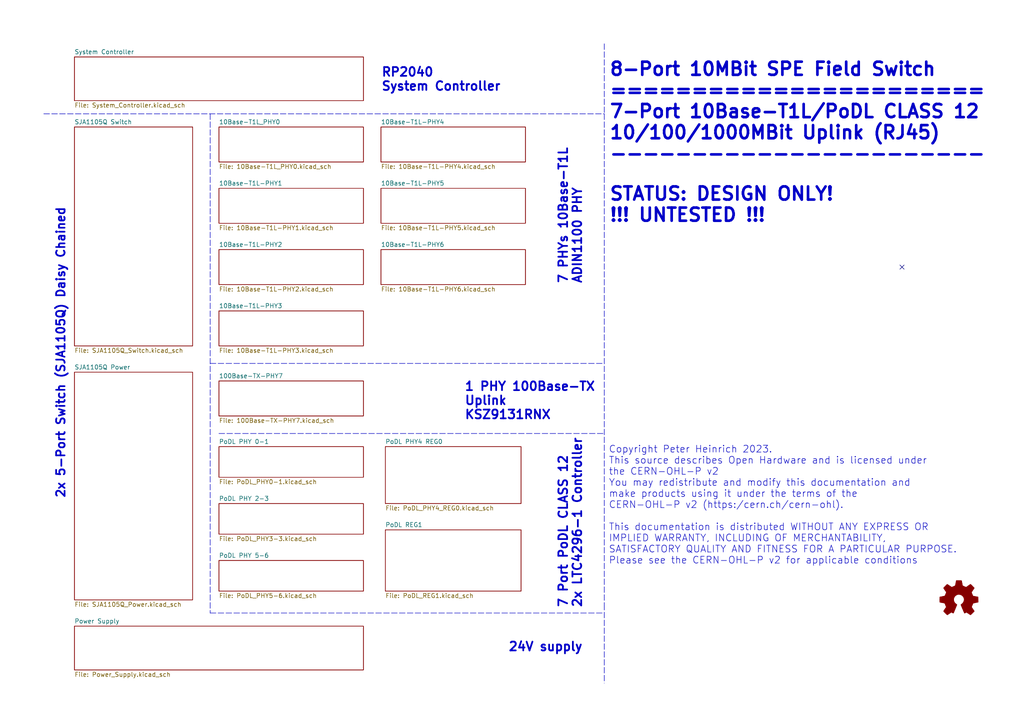
<source format=kicad_sch>
(kicad_sch (version 20211123) (generator eeschema)
  (paper "A4")
  (title_block (title "Open Hardware 10Base-T1L Switch") (date "2023-04-07") (rev "REV A") (company "Peter Heinrich") (comment 1 "Open Hardware License CERN-OHL-P v2") (comment 2 "https://github.com/peterheinrich/Open_10Base-T1L_Switch"))
  (lib_symbols
    (symbol "Graphic:Logo_Open_Hardware_Small" (pin_names (offset 1.016))
      (symbol "Logo_Open_Hardware_Small_0_1"
        (polyline (pts (xy 3.3528 -4.3434) (xy 3.302 -4.318) (xy 3.175 -4.2418) (xy 2.9972 -4.1148) (xy 2.7686 -3.9624) (xy 2.54 -3.81) (xy 2.3622 -3.7084) (xy 2.2352 -3.6068) (xy 2.1844 -3.5814) (xy 2.159 -3.6068) (xy 2.0574 -3.6576) (xy 1.905 -3.7338) (xy 1.8034 -3.7846) (xy 1.6764 -3.8354) (xy 1.6002 -3.8354) (xy 1.6002 -3.8354) (xy 1.5494 -3.7338) (xy 1.4732 -3.5306) (xy 1.3462 -3.302) (xy 1.2446 -3.0226) (xy 1.1176 -2.7178) (xy 0.9652 -2.413) (xy 0.8636 -2.1082) (xy 0.7366 -1.8288) (xy 0.6604 -1.6256) (xy 0.6096 -1.4732) (xy 0.5842 -1.397) (xy 0.5842 -1.397) (xy 0.6604 -1.3208) (xy 0.7874 -1.2446) (xy 1.0414 -1.016) (xy 1.2954 -0.6858) (xy 1.4478 -0.3302) (xy 1.524 0.0762) (xy 1.4732 0.4572) (xy 1.3208 0.8128) (xy 1.0668 1.143) (xy 0.762 1.3716) (xy 0.4064 1.524) (xy 0 1.5748) (xy -0.381 1.5494) (xy -0.7366 1.397) (xy -1.0668 1.143) (xy -1.2192 0.9906) (xy -1.397 0.6604) (xy -1.524 0.3048) (xy -1.524 0.2286) (xy -1.4986 -0.1778) (xy -1.397 -0.5334) (xy -1.1938 -0.8636) (xy -0.9144 -1.143) (xy -0.8636 -1.1684) (xy -0.7366 -1.27) (xy -0.635 -1.3462) (xy -0.5842 -1.397) (xy -1.0668 -2.5908) (xy -1.143 -2.794) (xy -1.2954 -3.1242) (xy -1.397 -3.4036) (xy -1.4986 -3.6322) (xy -1.5748 -3.7846) (xy -1.6002 -3.8354) (xy -1.6002 -3.8354) (xy -1.651 -3.8354) (xy -1.7272 -3.81) (xy -1.905 -3.7338) (xy -2.0066 -3.683) (xy -2.1336 -3.6068) (xy -2.2098 -3.5814) (xy -2.2606 -3.6068) (xy -2.3622 -3.683) (xy -2.54 -3.81) (xy -2.7686 -3.9624) (xy -2.9718 -4.0894) (xy -3.1496 -4.2164) (xy -3.302 -4.318) (xy -3.3528 -4.3434) (xy -3.3782 -4.3434) (xy -3.429 -4.318) (xy -3.5306 -4.2164) (xy -3.7084 -4.064) (xy -3.937 -3.8354) (xy -3.9624 -3.81) (xy -4.1656 -3.6068) (xy -4.318 -3.4544) (xy -4.4196 -3.3274) (xy -4.445 -3.2766) (xy -4.445 -3.2766) (xy -4.4196 -3.2258) (xy -4.318 -3.0734) (xy -4.2164 -2.8956) (xy -4.064 -2.667) (xy -3.6576 -2.0828) (xy -3.8862 -1.5494) (xy -3.937 -1.3716) (xy -4.0386 -1.1684) (xy -4.0894 -1.0414) (xy -4.1148 -0.9652) (xy -4.191 -0.9398) (xy -4.318 -0.9144) (xy -4.5466 -0.8636) (xy -4.8006 -0.8128) (xy -5.0546 -0.7874) (xy -5.2578 -0.7366) (xy -5.4356 -0.7112) (xy -5.5118 -0.6858) (xy -5.5118 -0.6858) (xy -5.5372 -0.635) (xy -5.5372 -0.5588) (xy -5.5372 -0.4318) (xy -5.5626 -0.2286) (xy -5.5626 0.0762) (xy -5.5626 0.127) (xy -5.5372 0.4064) (xy -5.5372 0.635) (xy -5.5372 0.762) (xy -5.5372 0.8382) (xy -5.5372 0.8382) (xy -5.461 0.8382) (xy -5.3086 0.889) (xy -5.08 0.9144) (xy -4.826 0.9652) (xy -4.8006 0.9906) (xy -4.5466 1.0414) (xy -4.318 1.0668) (xy -4.1656 1.1176) (xy -4.0894 1.143) (xy -4.0894 1.143) (xy -4.0386 1.2446) (xy -3.9624 1.4224) (xy -3.8608 1.6256) (xy -3.7846 1.8288) (xy -3.7084 2.0066) (xy -3.6576 2.159) (xy -3.6322 2.2098) (xy -3.6322 2.2098) (xy -3.683 2.286) (xy -3.7592 2.413) (xy -3.8862 2.5908) (xy -4.064 2.8194) (xy -4.064 2.8448) (xy -4.2164 3.0734) (xy -4.3434 3.2512) (xy -4.4196 3.3782) (xy -4.445 3.4544) (xy -4.445 3.4544) (xy -4.3942 3.5052) (xy -4.2926 3.6322) (xy -4.1148 3.81) (xy -3.937 4.0132) (xy -3.8608 4.064) (xy -3.6576 4.2926) (xy -3.5052 4.4196) (xy -3.4036 4.4958) (xy -3.3528 4.5212) (xy -3.3528 4.5212) (xy -3.302 4.4704) (xy -3.1496 4.3688) (xy -2.9718 4.2418) (xy -2.7432 4.0894) (xy -2.7178 4.0894) (xy -2.4892 3.937) (xy -2.3114 3.81) (xy -2.1844 3.7084) (xy -2.1336 3.683) (xy -2.1082 3.683) (xy -2.032 3.7084) (xy -1.8542 3.7592) (xy -1.6764 3.8354) (xy -1.4732 3.937) (xy -1.27 4.0132) (xy -1.143 4.064) (xy -1.0668 4.1148) (xy -1.0668 4.1148) (xy -1.0414 4.191) (xy -1.016 4.3434) (xy -0.9652 4.572) (xy -0.9144 4.8514) (xy -0.889 4.9022) (xy -0.8382 5.1562) (xy -0.8128 5.3848) (xy -0.7874 5.5372) (xy -0.762 5.588) (xy -0.7112 5.6134) (xy -0.5842 5.6134) (xy -0.4064 5.6134) (xy -0.1524 5.6134) (xy 0.0762 5.6134) (xy 0.3302 5.6134) (xy 0.5334 5.6134) (xy 0.6858 5.588) (xy 0.7366 5.588) (xy 0.7366 5.588) (xy 0.762 5.5118) (xy 0.8128 5.334) (xy 0.8382 5.1054) (xy 0.9144 4.826) (xy 0.9144 4.7752) (xy 0.9652 4.5212) (xy 1.016 4.2926) (xy 1.0414 4.1402) (xy 1.0668 4.0894) (xy 1.0668 4.0894) (xy 1.1938 4.0386) (xy 1.3716 3.9624) (xy 1.5748 3.8608) (xy 2.0828 3.6576) (xy 2.7178 4.0894) (xy 2.7686 4.1402) (xy 2.9972 4.2926) (xy 3.175 4.4196) (xy 3.302 4.4958) (xy 3.3782 4.5212) (xy 3.3782 4.5212) (xy 3.429 4.4704) (xy 3.556 4.3434) (xy 3.7338 4.191) (xy 3.9116 3.9878) (xy 4.064 3.8354) (xy 4.2418 3.6576) (xy 4.3434 3.556) (xy 4.4196 3.4798) (xy 4.4196 3.429) (xy 4.4196 3.4036) (xy 4.3942 3.3274) (xy 4.2926 3.2004) (xy 4.1656 2.9972) (xy 4.0132 2.794) (xy 3.8862 2.5908) (xy 3.7592 2.3876) (xy 3.6576 2.2352) (xy 3.6322 2.159) (xy 3.6322 2.1336) (xy 3.683 2.0066) (xy 3.7592 1.8288) (xy 3.8608 1.6002) (xy 4.064 1.1176) (xy 4.3942 1.0414) (xy 4.5974 1.016) (xy 4.8768 0.9652) (xy 5.1308 0.9144) (xy 5.5372 0.8382) (xy 5.5626 -0.6604) (xy 5.4864 -0.6858) (xy 5.4356 -0.6858) (xy 5.2832 -0.7366) (xy 5.0546 -0.762) (xy 4.8006 -0.8128) (xy 4.5974 -0.8636) (xy 4.3688 -0.9144) (xy 4.2164 -0.9398) (xy 4.1402 -0.9398) (xy 4.1148 -0.9652) (xy 4.064 -1.0668) (xy 3.9878 -1.2446) (xy 3.9116 -1.4478) (xy 3.81 -1.651) (xy 3.7338 -1.8542) (xy 3.683 -2.0066) (xy 3.6576 -2.0828) (xy 3.683 -2.1336) (xy 3.7846 -2.2606) (xy 3.8862 -2.4638) (xy 4.0386 -2.667) (xy 4.191 -2.8956) (xy 4.318 -3.0734) (xy 4.3942 -3.2004) (xy 4.445 -3.2766) (xy 4.4196 -3.3274) (xy 4.3434 -3.429) (xy 4.1656 -3.5814) (xy 3.937 -3.8354) (xy 3.8862 -3.8608) (xy 3.683 -4.064) (xy 3.5306 -4.2164) (xy 3.4036 -4.318) (xy 3.3528 -4.3434)) (fill (type outline)))
      )
    )
  )
  (no_connect (at 261.62 77.47))
  (polyline (pts (xy 175.26 33.02) (xy 175.26 175.26)))
  (polyline (pts (xy 175.26 12.7) (xy 175.26 33.02)))
  (polyline (pts (xy 60.96 33.02) (xy 60.96 177.8)))
  (polyline (pts (xy 60.96 105.41) (xy 175.26 105.41)))
  (polyline (pts (xy 175.26 175.26) (xy 175.26 198.12)))
  (polyline (pts (xy 12.7 33.02) (xy 175.26 33.02)))
  (polyline (pts (xy 60.96 177.8) (xy 175.26 177.8)))
  (polyline (pts (xy 63.5 125.73) (xy 175.26 125.73)))
  (text "Copyright Peter Heinrich 2023.\nThis source describes Open Hardware and is licensed under \nthe CERN-OHL-P v2\nYou may redistribute and modify this documentation and \nmake products using it under the terms of the \nCERN-OHL-P v2 (https:/cern.ch/cern-ohl). \n\nThis documentation is distributed WITHOUT ANY EXPRESS OR \nIMPLIED WARRANTY, INCLUDING OF MERCHANTABILITY, \nSATISFACTORY QUALITY AND FITNESS FOR A PARTICULAR PURPOSE. \nPlease see the CERN-OHL-P v2 for applicable conditions" (at 176.53 163.83 0) (effects (font (size 2 2)) (justify left bottom)))
  (text "STATUS: DESIGN ONLY!\n!!! UNTESTED !!!" (at 176.53 64.77 0) (effects (font (size 3.81 3.81) bold) (justify left bottom)))
  (text "7 PHYs 10Base-T1L\nADIN1100 PHY" (at 168.91 82.55 90) (effects (font (size 2.54 2.54) (thickness 0.508) bold) (justify left bottom)))
  (text "7 Port PoDL CLASS 12\n2x LTC4296-1 Controller" (at 168.91 176.53 90) (effects (font (size 2.54 2.54) bold) (justify left bottom)))
  (text "RP2040\nSystem Controller" (at 110.49 26.67 0) (effects (font (size 2.54 2.54) bold) (justify left bottom)))
  (text "2x 5-Port Switch (SJA1105Q) Daisy Chained" (at 19.05 144.78 90) (effects (font (size 2.45 2.45) bold) (justify left bottom)))
  (text "24V supply" (at 147.32 189.23 0) (effects (font (size 2.54 2.54) bold) (justify left bottom)))
  (text "1 PHY 100Base-TX\nUplink\nKSZ9131RNX" (at 134.62 121.92 0) (effects (font (size 2.54 2.54) bold) (justify left bottom)))
  (text "8-Port 10MBit SPE Field Switch \n=======================\n7-Port 10Base-T1L/PoDL CLASS 12\n10/100/1000MBit Uplink (RJ45)\n-----------------------\n" (at 176.53 46.99 0) (effects (font (size 3.81 3.81) bold) (justify left bottom)))
  (symbol (lib_id "Graphic:Logo_Open_Hardware_Small") (at 278.13 173.99 0) (unit 1)
    (property "Reference" "#LOGO?" (effects hide))
    (property "Value" "Logo_Open_Hardware_Small" (effects hide))
  )
  (sheet (at 63.5 129.54) (size 41.91 8.89) (stroke (width 0.1524))
    (property "Sheet name" "PoDL PHY 0-1" (at 63.5 128.8284 0) (effects (justify left bottom)))
    (property "Sheet file" "PoDL_PHY0-1.kicad_sch" (at 63.5 139.0146 0) (effects (justify left top)))
  )
  (sheet (at 111.76 153.67) (size 39.37 17.78) (stroke (width 0.1524))
    (property "Sheet name" "PoDL REG1" (at 111.76 152.9584 0) (effects (justify left bottom)))
    (property "Sheet file" "PoDL_REG1.kicad_sch" (at 111.76 172.0346 0) (effects (justify left top)))
  )
  (sheet (at 111.76 129.54) (size 39.37 16.51) (stroke (width 0.1524))
    (property "Sheet name" "PoDL PHY4 REG0" (at 111.76 128.8284 0) (effects (justify left bottom)))
    (property "Sheet file" "PoDL_PHY4_REG0.kicad_sch" (at 111.76 146.6346 0) (effects (justify left top)))
  )
  (sheet (at 63.5 72.39) (size 41.91 10.16) (stroke (width 0.1524))
    (property "Sheet name" "10Base-T1L-PHY2" (at 63.5 71.6784 0) (effects (justify left bottom)))
    (property "Sheet file" "10Base-T1L-PHY2.kicad_sch" (at 63.5 83.1346 0) (effects (justify left top)))
  )
  (sheet (at 63.5 110.49) (size 41.91 10.16) (stroke (width 0.1524))
    (property "Sheet name" "100Base-TX-PHY7" (at 63.5 109.7784 0) (effects (justify left bottom)))
    (property "Sheet file" "100Base-TX-PHY7.kicad_sch" (at 63.5 121.2346 0) (effects (justify left top)))
  )
  (sheet (at 110.49 72.39) (size 41.91 10.16) (stroke (width 0.1524))
    (property "Sheet name" "10Base-T1L-PHY6" (at 110.49 71.6784 0) (effects (justify left bottom)))
    (property "Sheet file" "10Base-T1L-PHY6.kicad_sch" (at 110.49 83.1346 0) (effects (justify left top)))
  )
  (sheet (at 63.5 36.83) (size 41.91 10.16) (stroke (width 0.1524))
    (property "Sheet name" "10Base-T1L_PHY0" (at 63.5 36.1184 0) (effects (justify left bottom)))
    (property "Sheet file" "10Base-T1L_PHY0.kicad_sch" (at 63.5 47.5746 0) (effects (justify left top)))
  )
  (sheet (at 21.59 107.95) (size 34.29 66.04) (stroke (width 0.1524))
    (property "Sheet name" "SJA1105Q Power" (at 21.59 107.2384 0) (effects (justify left bottom)))
    (property "Sheet file" "SJA1105Q_Power.kicad_sch" (at 21.59 174.5746 0) (effects (justify left top)))
  )
  (sheet (at 63.5 162.56) (size 41.91 8.89) (stroke (width 0.1524))
    (property "Sheet name" "PoDL PHY 5-6" (at 63.5 161.8484 0) (effects (justify left bottom)))
    (property "Sheet file" "PoDL_PHY5-6.kicad_sch" (at 63.5 172.0346 0) (effects (justify left top)))
  )
  (sheet (at 110.49 54.61) (size 41.91 10.16) (stroke (width 0.1524))
    (property "Sheet name" "10Base-T1L-PHY5" (at 110.49 53.8984 0) (effects (justify left bottom)))
    (property "Sheet file" "10Base-T1L-PHY5.kicad_sch" (at 110.49 65.3546 0) (effects (justify left top)))
  )
  (sheet (at 63.5 90.17) (size 41.91 10.16) (stroke (width 0.1524))
    (property "Sheet name" "10Base-T1L-PHY3" (at 63.5 89.4584 0) (effects (justify left bottom)))
    (property "Sheet file" "10Base-T1L-PHY3.kicad_sch" (at 63.5 100.9146 0) (effects (justify left top)))
  )
  (sheet (at 63.5 146.05) (size 41.91 8.89) (stroke (width 0.1524))
    (property "Sheet name" "PoDL PHY 2-3" (at 63.5 145.3384 0) (effects (justify left bottom)))
    (property "Sheet file" "PoDL_PHY3-3.kicad_sch" (at 63.5 155.5246 0) (effects (justify left top)))
  )
  (sheet (at 63.5 54.61) (size 41.91 10.16) (stroke (width 0.1524))
    (property "Sheet name" "10Base-T1L-PHY1" (at 63.5 53.8984 0) (effects (justify left bottom)))
    (property "Sheet file" "10Base-T1L-PHY1.kicad_sch" (at 63.5 65.3546 0) (effects (justify left top)))
  )
  (sheet (at 21.59 36.83) (size 34.29 63.5) (stroke (width 0.1524))
    (property "Sheet name" "SJA1105Q Switch" (at 21.59 36.1184 0) (effects (justify left bottom)))
    (property "Sheet file" "SJA1105Q_Switch.kicad_sch" (at 21.59 100.9146 0) (effects (justify left top)))
  )
  (sheet (at 21.59 181.61) (size 83.82 12.7) (stroke (width 0.1524))
    (property "Sheet name" "Power Supply" (at 21.59 180.8984 0) (effects (justify left bottom)))
    (property "Sheet file" "Power_Supply.kicad_sch" (at 21.59 194.8946 0) (effects (justify left top)))
  )
  (sheet (at 110.49 36.83) (size 41.91 10.16) (stroke (width 0.1524))
    (property "Sheet name" "10Base-T1L-PHY4" (at 110.49 36.1184 0) (effects (justify left bottom)))
    (property "Sheet file" "10Base-T1L-PHY4.kicad_sch" (at 110.49 47.5746 0) (effects (justify left top)))
  )
  (sheet (at 21.59 16.51) (size 83.82 12.7) (stroke (width 0.1524))
    (property "Sheet name" "System Controller" (at 21.59 15.7984 0) (effects (justify left bottom)))
    (property "Sheet file" "System_Controller.kicad_sch" (at 21.59 29.7946 0) (effects (justify left top)))
  )
)
</source>
